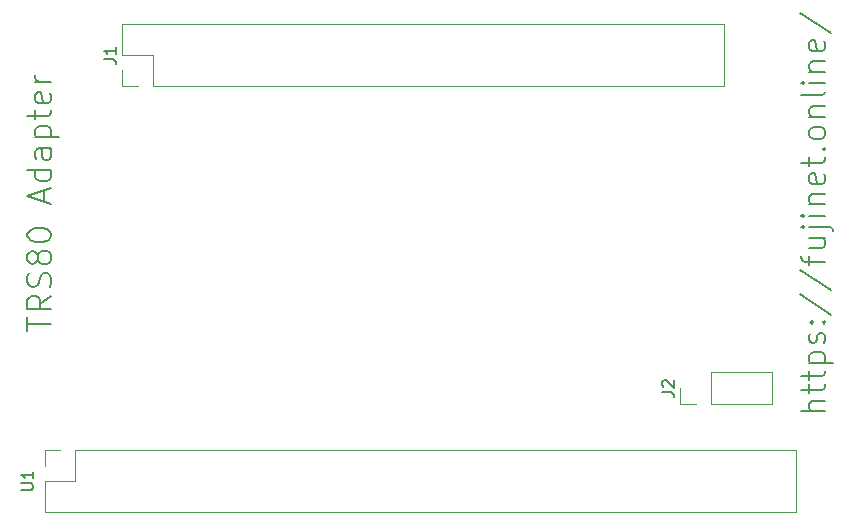
<source format=gbr>
%TF.GenerationSoftware,KiCad,Pcbnew,8.0.5*%
%TF.CreationDate,2024-10-04T15:39:05-04:00*%
%TF.ProjectId,TRS80 Adapter,54525338-3020-4416-9461-707465722e6b,rev?*%
%TF.SameCoordinates,Original*%
%TF.FileFunction,Legend,Top*%
%TF.FilePolarity,Positive*%
%FSLAX46Y46*%
G04 Gerber Fmt 4.6, Leading zero omitted, Abs format (unit mm)*
G04 Created by KiCad (PCBNEW 8.0.5) date 2024-10-04 15:39:05*
%MOMM*%
%LPD*%
G01*
G04 APERTURE LIST*
%ADD10C,0.150000*%
%ADD11C,0.120000*%
G04 APERTURE END LIST*
D10*
X187707438Y-132013125D02*
X185707438Y-132013125D01*
X187707438Y-131155982D02*
X186659819Y-131155982D01*
X186659819Y-131155982D02*
X186469342Y-131251220D01*
X186469342Y-131251220D02*
X186374104Y-131441696D01*
X186374104Y-131441696D02*
X186374104Y-131727411D01*
X186374104Y-131727411D02*
X186469342Y-131917887D01*
X186469342Y-131917887D02*
X186564580Y-132013125D01*
X186374104Y-130489315D02*
X186374104Y-129727411D01*
X185707438Y-130203601D02*
X187421723Y-130203601D01*
X187421723Y-130203601D02*
X187612200Y-130108363D01*
X187612200Y-130108363D02*
X187707438Y-129917887D01*
X187707438Y-129917887D02*
X187707438Y-129727411D01*
X186374104Y-129346458D02*
X186374104Y-128584554D01*
X185707438Y-129060744D02*
X187421723Y-129060744D01*
X187421723Y-129060744D02*
X187612200Y-128965506D01*
X187612200Y-128965506D02*
X187707438Y-128775030D01*
X187707438Y-128775030D02*
X187707438Y-128584554D01*
X186374104Y-127917887D02*
X188374104Y-127917887D01*
X186469342Y-127917887D02*
X186374104Y-127727411D01*
X186374104Y-127727411D02*
X186374104Y-127346458D01*
X186374104Y-127346458D02*
X186469342Y-127155982D01*
X186469342Y-127155982D02*
X186564580Y-127060744D01*
X186564580Y-127060744D02*
X186755057Y-126965506D01*
X186755057Y-126965506D02*
X187326485Y-126965506D01*
X187326485Y-126965506D02*
X187516961Y-127060744D01*
X187516961Y-127060744D02*
X187612200Y-127155982D01*
X187612200Y-127155982D02*
X187707438Y-127346458D01*
X187707438Y-127346458D02*
X187707438Y-127727411D01*
X187707438Y-127727411D02*
X187612200Y-127917887D01*
X187612200Y-126203601D02*
X187707438Y-126013125D01*
X187707438Y-126013125D02*
X187707438Y-125632173D01*
X187707438Y-125632173D02*
X187612200Y-125441696D01*
X187612200Y-125441696D02*
X187421723Y-125346458D01*
X187421723Y-125346458D02*
X187326485Y-125346458D01*
X187326485Y-125346458D02*
X187136009Y-125441696D01*
X187136009Y-125441696D02*
X187040771Y-125632173D01*
X187040771Y-125632173D02*
X187040771Y-125917887D01*
X187040771Y-125917887D02*
X186945533Y-126108363D01*
X186945533Y-126108363D02*
X186755057Y-126203601D01*
X186755057Y-126203601D02*
X186659819Y-126203601D01*
X186659819Y-126203601D02*
X186469342Y-126108363D01*
X186469342Y-126108363D02*
X186374104Y-125917887D01*
X186374104Y-125917887D02*
X186374104Y-125632173D01*
X186374104Y-125632173D02*
X186469342Y-125441696D01*
X187516961Y-124489315D02*
X187612200Y-124394077D01*
X187612200Y-124394077D02*
X187707438Y-124489315D01*
X187707438Y-124489315D02*
X187612200Y-124584553D01*
X187612200Y-124584553D02*
X187516961Y-124489315D01*
X187516961Y-124489315D02*
X187707438Y-124489315D01*
X186469342Y-124489315D02*
X186564580Y-124394077D01*
X186564580Y-124394077D02*
X186659819Y-124489315D01*
X186659819Y-124489315D02*
X186564580Y-124584553D01*
X186564580Y-124584553D02*
X186469342Y-124489315D01*
X186469342Y-124489315D02*
X186659819Y-124489315D01*
X185612200Y-122108363D02*
X188183628Y-123822648D01*
X185612200Y-120013125D02*
X188183628Y-121727410D01*
X186374104Y-119632172D02*
X186374104Y-118870268D01*
X187707438Y-119346458D02*
X185993152Y-119346458D01*
X185993152Y-119346458D02*
X185802676Y-119251220D01*
X185802676Y-119251220D02*
X185707438Y-119060744D01*
X185707438Y-119060744D02*
X185707438Y-118870268D01*
X186374104Y-117346458D02*
X187707438Y-117346458D01*
X186374104Y-118203601D02*
X187421723Y-118203601D01*
X187421723Y-118203601D02*
X187612200Y-118108363D01*
X187612200Y-118108363D02*
X187707438Y-117917887D01*
X187707438Y-117917887D02*
X187707438Y-117632172D01*
X187707438Y-117632172D02*
X187612200Y-117441696D01*
X187612200Y-117441696D02*
X187516961Y-117346458D01*
X186374104Y-116394077D02*
X188088390Y-116394077D01*
X188088390Y-116394077D02*
X188278866Y-116489315D01*
X188278866Y-116489315D02*
X188374104Y-116679791D01*
X188374104Y-116679791D02*
X188374104Y-116775029D01*
X185707438Y-116394077D02*
X185802676Y-116489315D01*
X185802676Y-116489315D02*
X185897914Y-116394077D01*
X185897914Y-116394077D02*
X185802676Y-116298839D01*
X185802676Y-116298839D02*
X185707438Y-116394077D01*
X185707438Y-116394077D02*
X185897914Y-116394077D01*
X187707438Y-115441696D02*
X186374104Y-115441696D01*
X185707438Y-115441696D02*
X185802676Y-115536934D01*
X185802676Y-115536934D02*
X185897914Y-115441696D01*
X185897914Y-115441696D02*
X185802676Y-115346458D01*
X185802676Y-115346458D02*
X185707438Y-115441696D01*
X185707438Y-115441696D02*
X185897914Y-115441696D01*
X186374104Y-114489315D02*
X187707438Y-114489315D01*
X186564580Y-114489315D02*
X186469342Y-114394077D01*
X186469342Y-114394077D02*
X186374104Y-114203601D01*
X186374104Y-114203601D02*
X186374104Y-113917886D01*
X186374104Y-113917886D02*
X186469342Y-113727410D01*
X186469342Y-113727410D02*
X186659819Y-113632172D01*
X186659819Y-113632172D02*
X187707438Y-113632172D01*
X187612200Y-111917886D02*
X187707438Y-112108362D01*
X187707438Y-112108362D02*
X187707438Y-112489315D01*
X187707438Y-112489315D02*
X187612200Y-112679791D01*
X187612200Y-112679791D02*
X187421723Y-112775029D01*
X187421723Y-112775029D02*
X186659819Y-112775029D01*
X186659819Y-112775029D02*
X186469342Y-112679791D01*
X186469342Y-112679791D02*
X186374104Y-112489315D01*
X186374104Y-112489315D02*
X186374104Y-112108362D01*
X186374104Y-112108362D02*
X186469342Y-111917886D01*
X186469342Y-111917886D02*
X186659819Y-111822648D01*
X186659819Y-111822648D02*
X186850295Y-111822648D01*
X186850295Y-111822648D02*
X187040771Y-112775029D01*
X186374104Y-111251219D02*
X186374104Y-110489315D01*
X185707438Y-110965505D02*
X187421723Y-110965505D01*
X187421723Y-110965505D02*
X187612200Y-110870267D01*
X187612200Y-110870267D02*
X187707438Y-110679791D01*
X187707438Y-110679791D02*
X187707438Y-110489315D01*
X187516961Y-109822648D02*
X187612200Y-109727410D01*
X187612200Y-109727410D02*
X187707438Y-109822648D01*
X187707438Y-109822648D02*
X187612200Y-109917886D01*
X187612200Y-109917886D02*
X187516961Y-109822648D01*
X187516961Y-109822648D02*
X187707438Y-109822648D01*
X187707438Y-108584553D02*
X187612200Y-108775029D01*
X187612200Y-108775029D02*
X187516961Y-108870267D01*
X187516961Y-108870267D02*
X187326485Y-108965505D01*
X187326485Y-108965505D02*
X186755057Y-108965505D01*
X186755057Y-108965505D02*
X186564580Y-108870267D01*
X186564580Y-108870267D02*
X186469342Y-108775029D01*
X186469342Y-108775029D02*
X186374104Y-108584553D01*
X186374104Y-108584553D02*
X186374104Y-108298838D01*
X186374104Y-108298838D02*
X186469342Y-108108362D01*
X186469342Y-108108362D02*
X186564580Y-108013124D01*
X186564580Y-108013124D02*
X186755057Y-107917886D01*
X186755057Y-107917886D02*
X187326485Y-107917886D01*
X187326485Y-107917886D02*
X187516961Y-108013124D01*
X187516961Y-108013124D02*
X187612200Y-108108362D01*
X187612200Y-108108362D02*
X187707438Y-108298838D01*
X187707438Y-108298838D02*
X187707438Y-108584553D01*
X186374104Y-107060743D02*
X187707438Y-107060743D01*
X186564580Y-107060743D02*
X186469342Y-106965505D01*
X186469342Y-106965505D02*
X186374104Y-106775029D01*
X186374104Y-106775029D02*
X186374104Y-106489314D01*
X186374104Y-106489314D02*
X186469342Y-106298838D01*
X186469342Y-106298838D02*
X186659819Y-106203600D01*
X186659819Y-106203600D02*
X187707438Y-106203600D01*
X187707438Y-104965505D02*
X187612200Y-105155981D01*
X187612200Y-105155981D02*
X187421723Y-105251219D01*
X187421723Y-105251219D02*
X185707438Y-105251219D01*
X187707438Y-104203600D02*
X186374104Y-104203600D01*
X185707438Y-104203600D02*
X185802676Y-104298838D01*
X185802676Y-104298838D02*
X185897914Y-104203600D01*
X185897914Y-104203600D02*
X185802676Y-104108362D01*
X185802676Y-104108362D02*
X185707438Y-104203600D01*
X185707438Y-104203600D02*
X185897914Y-104203600D01*
X186374104Y-103251219D02*
X187707438Y-103251219D01*
X186564580Y-103251219D02*
X186469342Y-103155981D01*
X186469342Y-103155981D02*
X186374104Y-102965505D01*
X186374104Y-102965505D02*
X186374104Y-102679790D01*
X186374104Y-102679790D02*
X186469342Y-102489314D01*
X186469342Y-102489314D02*
X186659819Y-102394076D01*
X186659819Y-102394076D02*
X187707438Y-102394076D01*
X187612200Y-100679790D02*
X187707438Y-100870266D01*
X187707438Y-100870266D02*
X187707438Y-101251219D01*
X187707438Y-101251219D02*
X187612200Y-101441695D01*
X187612200Y-101441695D02*
X187421723Y-101536933D01*
X187421723Y-101536933D02*
X186659819Y-101536933D01*
X186659819Y-101536933D02*
X186469342Y-101441695D01*
X186469342Y-101441695D02*
X186374104Y-101251219D01*
X186374104Y-101251219D02*
X186374104Y-100870266D01*
X186374104Y-100870266D02*
X186469342Y-100679790D01*
X186469342Y-100679790D02*
X186659819Y-100584552D01*
X186659819Y-100584552D02*
X186850295Y-100584552D01*
X186850295Y-100584552D02*
X187040771Y-101536933D01*
X185612200Y-98298838D02*
X188183628Y-100013123D01*
X120175438Y-125186839D02*
X120175438Y-124043982D01*
X122175438Y-124615411D02*
X120175438Y-124615411D01*
X122175438Y-122234458D02*
X121223057Y-122901125D01*
X122175438Y-123377315D02*
X120175438Y-123377315D01*
X120175438Y-123377315D02*
X120175438Y-122615410D01*
X120175438Y-122615410D02*
X120270676Y-122424934D01*
X120270676Y-122424934D02*
X120365914Y-122329696D01*
X120365914Y-122329696D02*
X120556390Y-122234458D01*
X120556390Y-122234458D02*
X120842104Y-122234458D01*
X120842104Y-122234458D02*
X121032580Y-122329696D01*
X121032580Y-122329696D02*
X121127819Y-122424934D01*
X121127819Y-122424934D02*
X121223057Y-122615410D01*
X121223057Y-122615410D02*
X121223057Y-123377315D01*
X122080200Y-121472553D02*
X122175438Y-121186839D01*
X122175438Y-121186839D02*
X122175438Y-120710648D01*
X122175438Y-120710648D02*
X122080200Y-120520172D01*
X122080200Y-120520172D02*
X121984961Y-120424934D01*
X121984961Y-120424934D02*
X121794485Y-120329696D01*
X121794485Y-120329696D02*
X121604009Y-120329696D01*
X121604009Y-120329696D02*
X121413533Y-120424934D01*
X121413533Y-120424934D02*
X121318295Y-120520172D01*
X121318295Y-120520172D02*
X121223057Y-120710648D01*
X121223057Y-120710648D02*
X121127819Y-121091601D01*
X121127819Y-121091601D02*
X121032580Y-121282077D01*
X121032580Y-121282077D02*
X120937342Y-121377315D01*
X120937342Y-121377315D02*
X120746866Y-121472553D01*
X120746866Y-121472553D02*
X120556390Y-121472553D01*
X120556390Y-121472553D02*
X120365914Y-121377315D01*
X120365914Y-121377315D02*
X120270676Y-121282077D01*
X120270676Y-121282077D02*
X120175438Y-121091601D01*
X120175438Y-121091601D02*
X120175438Y-120615410D01*
X120175438Y-120615410D02*
X120270676Y-120329696D01*
X121032580Y-119186839D02*
X120937342Y-119377315D01*
X120937342Y-119377315D02*
X120842104Y-119472553D01*
X120842104Y-119472553D02*
X120651628Y-119567791D01*
X120651628Y-119567791D02*
X120556390Y-119567791D01*
X120556390Y-119567791D02*
X120365914Y-119472553D01*
X120365914Y-119472553D02*
X120270676Y-119377315D01*
X120270676Y-119377315D02*
X120175438Y-119186839D01*
X120175438Y-119186839D02*
X120175438Y-118805886D01*
X120175438Y-118805886D02*
X120270676Y-118615410D01*
X120270676Y-118615410D02*
X120365914Y-118520172D01*
X120365914Y-118520172D02*
X120556390Y-118424934D01*
X120556390Y-118424934D02*
X120651628Y-118424934D01*
X120651628Y-118424934D02*
X120842104Y-118520172D01*
X120842104Y-118520172D02*
X120937342Y-118615410D01*
X120937342Y-118615410D02*
X121032580Y-118805886D01*
X121032580Y-118805886D02*
X121032580Y-119186839D01*
X121032580Y-119186839D02*
X121127819Y-119377315D01*
X121127819Y-119377315D02*
X121223057Y-119472553D01*
X121223057Y-119472553D02*
X121413533Y-119567791D01*
X121413533Y-119567791D02*
X121794485Y-119567791D01*
X121794485Y-119567791D02*
X121984961Y-119472553D01*
X121984961Y-119472553D02*
X122080200Y-119377315D01*
X122080200Y-119377315D02*
X122175438Y-119186839D01*
X122175438Y-119186839D02*
X122175438Y-118805886D01*
X122175438Y-118805886D02*
X122080200Y-118615410D01*
X122080200Y-118615410D02*
X121984961Y-118520172D01*
X121984961Y-118520172D02*
X121794485Y-118424934D01*
X121794485Y-118424934D02*
X121413533Y-118424934D01*
X121413533Y-118424934D02*
X121223057Y-118520172D01*
X121223057Y-118520172D02*
X121127819Y-118615410D01*
X121127819Y-118615410D02*
X121032580Y-118805886D01*
X120175438Y-117186839D02*
X120175438Y-116996362D01*
X120175438Y-116996362D02*
X120270676Y-116805886D01*
X120270676Y-116805886D02*
X120365914Y-116710648D01*
X120365914Y-116710648D02*
X120556390Y-116615410D01*
X120556390Y-116615410D02*
X120937342Y-116520172D01*
X120937342Y-116520172D02*
X121413533Y-116520172D01*
X121413533Y-116520172D02*
X121794485Y-116615410D01*
X121794485Y-116615410D02*
X121984961Y-116710648D01*
X121984961Y-116710648D02*
X122080200Y-116805886D01*
X122080200Y-116805886D02*
X122175438Y-116996362D01*
X122175438Y-116996362D02*
X122175438Y-117186839D01*
X122175438Y-117186839D02*
X122080200Y-117377315D01*
X122080200Y-117377315D02*
X121984961Y-117472553D01*
X121984961Y-117472553D02*
X121794485Y-117567791D01*
X121794485Y-117567791D02*
X121413533Y-117663029D01*
X121413533Y-117663029D02*
X120937342Y-117663029D01*
X120937342Y-117663029D02*
X120556390Y-117567791D01*
X120556390Y-117567791D02*
X120365914Y-117472553D01*
X120365914Y-117472553D02*
X120270676Y-117377315D01*
X120270676Y-117377315D02*
X120175438Y-117186839D01*
X121604009Y-114234457D02*
X121604009Y-113282076D01*
X122175438Y-114424933D02*
X120175438Y-113758267D01*
X120175438Y-113758267D02*
X122175438Y-113091600D01*
X122175438Y-111567790D02*
X120175438Y-111567790D01*
X122080200Y-111567790D02*
X122175438Y-111758266D01*
X122175438Y-111758266D02*
X122175438Y-112139219D01*
X122175438Y-112139219D02*
X122080200Y-112329695D01*
X122080200Y-112329695D02*
X121984961Y-112424933D01*
X121984961Y-112424933D02*
X121794485Y-112520171D01*
X121794485Y-112520171D02*
X121223057Y-112520171D01*
X121223057Y-112520171D02*
X121032580Y-112424933D01*
X121032580Y-112424933D02*
X120937342Y-112329695D01*
X120937342Y-112329695D02*
X120842104Y-112139219D01*
X120842104Y-112139219D02*
X120842104Y-111758266D01*
X120842104Y-111758266D02*
X120937342Y-111567790D01*
X122175438Y-109758266D02*
X121127819Y-109758266D01*
X121127819Y-109758266D02*
X120937342Y-109853504D01*
X120937342Y-109853504D02*
X120842104Y-110043980D01*
X120842104Y-110043980D02*
X120842104Y-110424933D01*
X120842104Y-110424933D02*
X120937342Y-110615409D01*
X122080200Y-109758266D02*
X122175438Y-109948742D01*
X122175438Y-109948742D02*
X122175438Y-110424933D01*
X122175438Y-110424933D02*
X122080200Y-110615409D01*
X122080200Y-110615409D02*
X121889723Y-110710647D01*
X121889723Y-110710647D02*
X121699247Y-110710647D01*
X121699247Y-110710647D02*
X121508771Y-110615409D01*
X121508771Y-110615409D02*
X121413533Y-110424933D01*
X121413533Y-110424933D02*
X121413533Y-109948742D01*
X121413533Y-109948742D02*
X121318295Y-109758266D01*
X120842104Y-108805885D02*
X122842104Y-108805885D01*
X120937342Y-108805885D02*
X120842104Y-108615409D01*
X120842104Y-108615409D02*
X120842104Y-108234456D01*
X120842104Y-108234456D02*
X120937342Y-108043980D01*
X120937342Y-108043980D02*
X121032580Y-107948742D01*
X121032580Y-107948742D02*
X121223057Y-107853504D01*
X121223057Y-107853504D02*
X121794485Y-107853504D01*
X121794485Y-107853504D02*
X121984961Y-107948742D01*
X121984961Y-107948742D02*
X122080200Y-108043980D01*
X122080200Y-108043980D02*
X122175438Y-108234456D01*
X122175438Y-108234456D02*
X122175438Y-108615409D01*
X122175438Y-108615409D02*
X122080200Y-108805885D01*
X120842104Y-107282075D02*
X120842104Y-106520171D01*
X120175438Y-106996361D02*
X121889723Y-106996361D01*
X121889723Y-106996361D02*
X122080200Y-106901123D01*
X122080200Y-106901123D02*
X122175438Y-106710647D01*
X122175438Y-106710647D02*
X122175438Y-106520171D01*
X122080200Y-105091599D02*
X122175438Y-105282075D01*
X122175438Y-105282075D02*
X122175438Y-105663028D01*
X122175438Y-105663028D02*
X122080200Y-105853504D01*
X122080200Y-105853504D02*
X121889723Y-105948742D01*
X121889723Y-105948742D02*
X121127819Y-105948742D01*
X121127819Y-105948742D02*
X120937342Y-105853504D01*
X120937342Y-105853504D02*
X120842104Y-105663028D01*
X120842104Y-105663028D02*
X120842104Y-105282075D01*
X120842104Y-105282075D02*
X120937342Y-105091599D01*
X120937342Y-105091599D02*
X121127819Y-104996361D01*
X121127819Y-104996361D02*
X121318295Y-104996361D01*
X121318295Y-104996361D02*
X121508771Y-105948742D01*
X122175438Y-104139218D02*
X120842104Y-104139218D01*
X121223057Y-104139218D02*
X121032580Y-104043980D01*
X121032580Y-104043980D02*
X120937342Y-103948742D01*
X120937342Y-103948742D02*
X120842104Y-103758266D01*
X120842104Y-103758266D02*
X120842104Y-103567789D01*
X119650819Y-138683904D02*
X120460342Y-138683904D01*
X120460342Y-138683904D02*
X120555580Y-138636285D01*
X120555580Y-138636285D02*
X120603200Y-138588666D01*
X120603200Y-138588666D02*
X120650819Y-138493428D01*
X120650819Y-138493428D02*
X120650819Y-138302952D01*
X120650819Y-138302952D02*
X120603200Y-138207714D01*
X120603200Y-138207714D02*
X120555580Y-138160095D01*
X120555580Y-138160095D02*
X120460342Y-138112476D01*
X120460342Y-138112476D02*
X119650819Y-138112476D01*
X120650819Y-137112476D02*
X120650819Y-137683904D01*
X120650819Y-137398190D02*
X119650819Y-137398190D01*
X119650819Y-137398190D02*
X119793676Y-137493428D01*
X119793676Y-137493428D02*
X119888914Y-137588666D01*
X119888914Y-137588666D02*
X119936533Y-137683904D01*
X173923819Y-130381333D02*
X174638104Y-130381333D01*
X174638104Y-130381333D02*
X174780961Y-130428952D01*
X174780961Y-130428952D02*
X174876200Y-130524190D01*
X174876200Y-130524190D02*
X174923819Y-130667047D01*
X174923819Y-130667047D02*
X174923819Y-130762285D01*
X174019057Y-129952761D02*
X173971438Y-129905142D01*
X173971438Y-129905142D02*
X173923819Y-129809904D01*
X173923819Y-129809904D02*
X173923819Y-129571809D01*
X173923819Y-129571809D02*
X173971438Y-129476571D01*
X173971438Y-129476571D02*
X174019057Y-129428952D01*
X174019057Y-129428952D02*
X174114295Y-129381333D01*
X174114295Y-129381333D02*
X174209533Y-129381333D01*
X174209533Y-129381333D02*
X174352390Y-129428952D01*
X174352390Y-129428952D02*
X174923819Y-130000380D01*
X174923819Y-130000380D02*
X174923819Y-129381333D01*
X126664819Y-102187333D02*
X127379104Y-102187333D01*
X127379104Y-102187333D02*
X127521961Y-102234952D01*
X127521961Y-102234952D02*
X127617200Y-102330190D01*
X127617200Y-102330190D02*
X127664819Y-102473047D01*
X127664819Y-102473047D02*
X127664819Y-102568285D01*
X127664819Y-101187333D02*
X127664819Y-101758761D01*
X127664819Y-101473047D02*
X126664819Y-101473047D01*
X126664819Y-101473047D02*
X126807676Y-101568285D01*
X126807676Y-101568285D02*
X126902914Y-101663523D01*
X126902914Y-101663523D02*
X126950533Y-101758761D01*
D11*
%TO.C,U1*%
X121636000Y-135322000D02*
X122966000Y-135322000D01*
X121636000Y-136652000D02*
X121636000Y-135322000D01*
X121636000Y-137922000D02*
X124236000Y-137922000D01*
X121636000Y-140522000D02*
X121636000Y-137922000D01*
X121636000Y-140522000D02*
X185256000Y-140522000D01*
X124236000Y-135322000D02*
X185256000Y-135322000D01*
X124236000Y-137922000D02*
X124236000Y-135322000D01*
X185256000Y-140522000D02*
X185256000Y-135322000D01*
%TO.C,J2*%
X175469000Y-131378000D02*
X175469000Y-130048000D01*
X176799000Y-131378000D02*
X175469000Y-131378000D01*
X178069000Y-128718000D02*
X183209000Y-128718000D01*
X178069000Y-131378000D02*
X178069000Y-128718000D01*
X178069000Y-131378000D02*
X183209000Y-131378000D01*
X183209000Y-131378000D02*
X183209000Y-128718000D01*
%TO.C,J1*%
X128210000Y-99254000D02*
X179130000Y-99254000D01*
X128210000Y-101854000D02*
X128210000Y-99254000D01*
X128210000Y-104454000D02*
X128210000Y-103124000D01*
X129540000Y-104454000D02*
X128210000Y-104454000D01*
X130810000Y-101854000D02*
X128210000Y-101854000D01*
X130810000Y-104454000D02*
X130810000Y-101854000D01*
X130810000Y-104454000D02*
X179130000Y-104454000D01*
X179130000Y-104454000D02*
X179130000Y-99254000D01*
%TD*%
M02*

</source>
